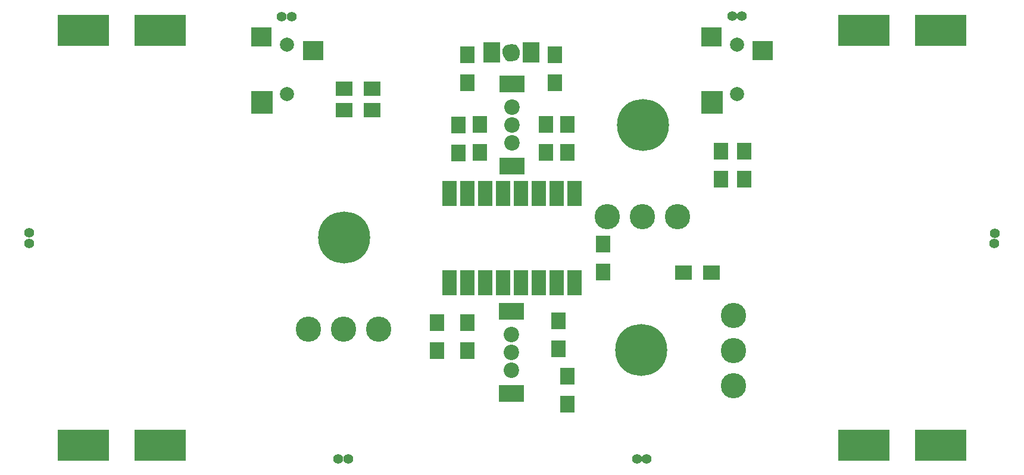
<source format=gbr>
G04 #@! TF.FileFunction,Soldermask,Top*
%FSLAX46Y46*%
G04 Gerber Fmt 4.6, Leading zero omitted, Abs format (unit mm)*
G04 Created by KiCad (PCBNEW 4.0.7-e2-6376~58~ubuntu16.04.1) date Sun Feb 25 02:30:39 2018*
%MOMM*%
%LPD*%
G01*
G04 APERTURE LIST*
%ADD10C,0.100000*%
%ADD11R,3.600000X2.400000*%
%ADD12C,2.200000*%
%ADD13R,2.000000X2.400000*%
%ADD14R,2.400000X2.000000*%
%ADD15R,2.100000X2.400000*%
%ADD16R,2.400000X2.100000*%
%ADD17R,3.150000X3.300000*%
%ADD18R,2.950000X2.800000*%
%ADD19C,2.000000*%
%ADD20R,7.400000X4.400000*%
%ADD21R,2.000000X3.600000*%
%ADD22C,3.600000*%
%ADD23C,7.400000*%
%ADD24R,2.400000X3.000000*%
%ADD25C,1.400000*%
%ADD26C,0.254000*%
G04 APERTURE END LIST*
D10*
D11*
X139930000Y-110430000D03*
X139930000Y-122130000D03*
D12*
X139930000Y-118820000D03*
X139930000Y-113740000D03*
X139930000Y-116280000D03*
D11*
X140020000Y-78070000D03*
X140020000Y-89770000D03*
D12*
X140020000Y-86460000D03*
X140020000Y-81380000D03*
X140020000Y-83920000D03*
D13*
X133604000Y-116046000D03*
X133604000Y-112046000D03*
X146558000Y-115792000D03*
X146558000Y-111792000D03*
X147828000Y-123666000D03*
X147828000Y-119666000D03*
X147828000Y-83852000D03*
X147828000Y-87852000D03*
D14*
X164370000Y-104902000D03*
X168370000Y-104902000D03*
D13*
X146050000Y-77946000D03*
X146050000Y-73946000D03*
D14*
X120110000Y-81788000D03*
X116110000Y-81788000D03*
D13*
X172974000Y-87662000D03*
X172974000Y-91662000D03*
D15*
X129286000Y-116046000D03*
X129286000Y-112046000D03*
X132334000Y-87884000D03*
X132334000Y-83884000D03*
X135382000Y-83820000D03*
X135382000Y-87820000D03*
X152908000Y-104870000D03*
X152908000Y-100870000D03*
X144780000Y-83852000D03*
X144780000Y-87852000D03*
D16*
X116110000Y-78740000D03*
X120110000Y-78740000D03*
D15*
X169672000Y-91662000D03*
X169672000Y-87662000D03*
X133604000Y-73946000D03*
X133604000Y-77946000D03*
D17*
X104425000Y-80700000D03*
D18*
X104325000Y-71400000D03*
X111675000Y-73300000D03*
D19*
X108000000Y-72500000D03*
X108000000Y-79500000D03*
D17*
X168425000Y-80700000D03*
D18*
X168325000Y-71400000D03*
X175675000Y-73300000D03*
D19*
X172000000Y-72500000D03*
X172000000Y-79500000D03*
D20*
X89950000Y-70500000D03*
X89950000Y-129500000D03*
X79050000Y-70500000D03*
X79050000Y-129500000D03*
X200950000Y-70500000D03*
X200950000Y-129500000D03*
X190050000Y-70500000D03*
X190050000Y-129500000D03*
D21*
X131110000Y-93650000D03*
X133650000Y-93650000D03*
X136190000Y-93650000D03*
X138730000Y-93650000D03*
X141270000Y-93650000D03*
X143810000Y-93650000D03*
X146350000Y-93650000D03*
X148890000Y-93650000D03*
X148890000Y-106350000D03*
X146350000Y-106350000D03*
X143810000Y-106350000D03*
X141270000Y-106350000D03*
X138730000Y-106350000D03*
X136190000Y-106350000D03*
X131110000Y-106350000D03*
X133650000Y-106350000D03*
D22*
X121000000Y-113000000D03*
X111000000Y-113000000D03*
X116000000Y-113000000D03*
D23*
X116100000Y-99900000D03*
D22*
X163500000Y-97000000D03*
X153500000Y-97000000D03*
X158500000Y-97000000D03*
D23*
X158600000Y-83900000D03*
D22*
X171500000Y-111000000D03*
X171500000Y-121000000D03*
X171500000Y-116000000D03*
D23*
X158400000Y-115900000D03*
D24*
X137100000Y-73600000D03*
X142700000Y-73600000D03*
D25*
X171300000Y-68450000D03*
X172700000Y-68450000D03*
X107250000Y-68550000D03*
X108700000Y-68550000D03*
X71350000Y-99250000D03*
X115250000Y-131400000D03*
X116700000Y-131400000D03*
X157750000Y-131400000D03*
X159150000Y-131400000D03*
X208650000Y-99300000D03*
X208600000Y-100750000D03*
X71350000Y-100750000D03*
D26*
G36*
X140348065Y-72574682D02*
X140358953Y-72579037D01*
X140386178Y-72586314D01*
X140585904Y-72760544D01*
X140776392Y-73025368D01*
X140916265Y-73379713D01*
X140948598Y-73740000D01*
X140870960Y-74146460D01*
X140610179Y-74501662D01*
X140344776Y-74645240D01*
X139885319Y-74715565D01*
X139429502Y-74664919D01*
X139188614Y-74505761D01*
X138908975Y-74137570D01*
X138754520Y-73697607D01*
X138740704Y-73200239D01*
X138890758Y-72895718D01*
X139133203Y-72644457D01*
X139463221Y-72546344D01*
X139928979Y-72517534D01*
X140348065Y-72574682D01*
X140348065Y-72574682D01*
G37*
X140348065Y-72574682D02*
X140358953Y-72579037D01*
X140386178Y-72586314D01*
X140585904Y-72760544D01*
X140776392Y-73025368D01*
X140916265Y-73379713D01*
X140948598Y-73740000D01*
X140870960Y-74146460D01*
X140610179Y-74501662D01*
X140344776Y-74645240D01*
X139885319Y-74715565D01*
X139429502Y-74664919D01*
X139188614Y-74505761D01*
X138908975Y-74137570D01*
X138754520Y-73697607D01*
X138740704Y-73200239D01*
X138890758Y-72895718D01*
X139133203Y-72644457D01*
X139463221Y-72546344D01*
X139928979Y-72517534D01*
X140348065Y-72574682D01*
M02*

</source>
